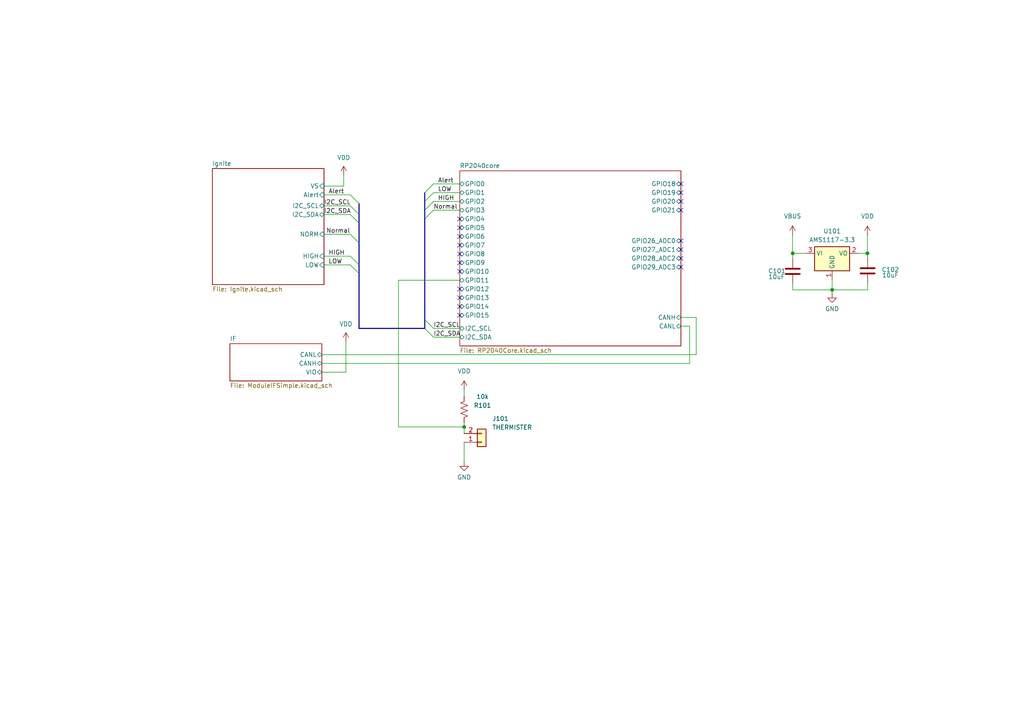
<source format=kicad_sch>
(kicad_sch (version 20231120) (generator "eeschema") (generator_version "8.0")
  (paper "A4")
  (lib_symbols
    (symbol "Connector_Generic:Conn_01x02" (pin_names (offset 1.016) hide)
      (property "Reference" "J" (at 0 2.54 0))
      (property "Value" "Conn_01x02" (at 0 -5.08 0))
      (symbol "Conn_01x02_1_1"
        (rectangle (start -1.27 -2.413) (end 0 -2.667) (stroke (width 0.1524)))
        (rectangle (start -1.27 0.127) (end 0 -0.127) (stroke (width 0.1524)))
        (rectangle (start -1.27 1.27) (end 1.27 -3.81) (stroke (width 0.254)) (fill (type background)))
        (pin passive line (at -5.08 0 0) (length 3.81) (name "Pin_1") (number "1"))
        (pin passive line (at -5.08 -2.54 0) (length 3.81) (name "Pin_2") (number "2"))
      )
    )
    (symbol "Device:C" (pin_numbers hide) (pin_names (offset 0.254))
      (property "Reference" "C" (at 0.635 2.54 0))
      (property "Value" "C" (at 0.635 -2.54 0))
      (symbol "C_0_1"
        (polyline (pts (xy -2.032 -0.762) (xy 2.032 -0.762)) (stroke (width 0.508)))
        (polyline (pts (xy -2.032 0.762) (xy 2.032 0.762)) (stroke (width 0.508)))
      )
      (symbol "C_1_1"
        (pin passive line (at 0 3.81 270) (length 2.794) (name "~") (number "1"))
        (pin passive line (at 0 -3.81 90) (length 2.794) (name "~") (number "2"))
      )
    )
    (symbol "Device:R_US" (pin_numbers hide) (pin_names (offset 0))
      (property "Reference" "R" (at 2.54 0 90))
      (property "Value" "R_US" (at -2.54 0 90))
      (symbol "R_US_0_1"
        (polyline (pts (xy 0 -2.286) (xy 0 -2.54)))
        (polyline (pts (xy 0 2.286) (xy 0 2.54)))
        (polyline (pts (xy 0 -0.762) (xy 1.016 -1.143) (xy 0 -1.524) (xy -1.016 -1.905) (xy 0 -2.286)))
        (polyline (pts (xy 0 0.762) (xy 1.016 0.381) (xy 0 0) (xy -1.016 -0.381) (xy 0 -0.762)))
        (polyline (pts (xy 0 2.286) (xy 1.016 1.905) (xy 0 1.524) (xy -1.016 1.143) (xy 0 0.762)))
      )
      (symbol "R_US_1_1"
        (pin passive line (at 0 3.81 270) (length 1.27) (name "~") (number "1"))
        (pin passive line (at 0 -3.81 90) (length 1.27) (name "~") (number "2"))
      )
    )
    (symbol "Regulator_Linear:AMS1117-3.3"
      (property "Reference" "U" (at -3.81 3.175 0))
      (property "Value" "AMS1117-3.3" (at 0 3.175 0))
      (symbol "AMS1117-3.3_0_1"
        (rectangle (start -5.08 -5.08) (end 5.08 1.905) (stroke (width 0.254)) (fill (type background)))
      )
      (symbol "AMS1117-3.3_1_1"
        (pin power_in line (at 0 -7.62 90) (length 2.54) (name "GND") (number "1"))
        (pin power_out line (at 7.62 0 180) (length 2.54) (name "VO") (number "2"))
        (pin power_in line (at -7.62 0 0) (length 2.54) (name "VI") (number "3"))
      )
    )
    (symbol "power:GND" (power) (pin_numbers hide) (pin_names (offset 0) hide)
      (property "Value" "GND" (at 0 -3.81 0))
      (symbol "GND_0_1"
        (polyline (pts (xy 0 0) (xy 0 -1.27) (xy 1.27 -1.27) (xy 0 -2.54) (xy -1.27 -1.27) (xy 0 -1.27)))
      )
      (symbol "GND_1_1"
        (pin power_in line (at 0 0 270) (length 0) (name "~") (number "1"))
      )
    )
    (symbol "power:VBUS" (power) (pin_numbers hide) (pin_names (offset 0) hide)
      (property "Value" "VBUS" (at 0 3.556 0))
      (symbol "VBUS_0_1"
        (polyline (pts (xy -0.762 1.27) (xy 0 2.54)))
        (polyline (pts (xy 0 0) (xy 0 2.54)))
        (polyline (pts (xy 0 2.54) (xy 0.762 1.27)))
      )
      (symbol "VBUS_1_1"
        (pin power_in line (at 0 0 90) (length 0) (name "~") (number "1"))
      )
    )
    (symbol "power:VDD" (power) (pin_numbers hide) (pin_names (offset 0) hide)
      (property "Value" "VDD" (at 0 3.556 0))
      (symbol "VDD_0_1"
        (polyline (pts (xy -0.762 1.27) (xy 0 2.54)))
        (polyline (pts (xy 0 0) (xy 0 2.54)))
        (polyline (pts (xy 0 2.54) (xy 0.762 1.27)))
      )
      (symbol "VDD_1_1"
        (pin power_in line (at 0 0 90) (length 0) (name "~") (number "1"))
      )
    )
  )
  (junction (at 229.9206 73.4667))
  (junction (at 241.3478 84.0732))
  (junction (at 134.62 123.825))
  (junction (at 251.593 73.4667))
  (no_connect (at 133.35 91.44))
  (no_connect (at 133.35 63.5))
  (no_connect (at 133.35 66.04))
  (no_connect (at 197.485 53.34))
  (no_connect (at 197.485 69.85))
  (no_connect (at 133.35 86.36))
  (no_connect (at 133.35 71.12))
  (no_connect (at 197.485 72.39))
  (no_connect (at 133.35 88.9))
  (no_connect (at 133.35 76.2))
  (no_connect (at 133.35 73.66))
  (no_connect (at 197.485 77.47))
  (no_connect (at 133.35 83.82))
  (no_connect (at 197.485 58.42))
  (no_connect (at 197.485 60.96))
  (no_connect (at 197.485 55.88))
  (no_connect (at 197.485 74.93))
  (no_connect (at 133.35 78.74))
  (no_connect (at 133.35 68.58))
  (bus_entry (at 123.19 55.88) (size 2.54 -2.54))
  (bus_entry (at 123.19 63.5) (size 2.54 -2.54))
  (bus_entry (at 123.19 92.71) (size 2.54 2.54))
  (bus_entry (at 123.19 58.42) (size 2.54 -2.54))
  (bus_entry (at 101.6 76.835) (size 2.54 2.54))
  (bus_entry (at 123.19 60.96) (size 2.54 -2.54))
  (bus_entry (at 101.6 67.945) (size 2.54 2.54))
  (bus_entry (at 123.19 95.25) (size 2.54 2.54))
  (bus_entry (at 101.6 56.515) (size 2.54 2.54))
  (bus_entry (at 101.6 74.295) (size 2.54 2.54))
  (bus_entry (at 101.6 62.23) (size 2.54 2.54))
  (bus_entry (at 101.6 59.69) (size 2.54 2.54))
  (wire (pts (xy 115.57 81.28) (xy 115.57 123.825)))
  (bus (pts (xy 123.19 60.96) (xy 123.19 63.5)))
  (wire (pts (xy 93.98 56.515) (xy 101.6 56.515)))
  (wire (pts (xy 229.9206 84.0732) (xy 241.3478 84.0732)))
  (wire (pts (xy 201.93 102.87) (xy 93.345 102.87)))
  (wire (pts (xy 93.98 76.835) (xy 101.6 76.835)))
  (wire (pts (xy 133.35 81.28) (xy 115.57 81.28)))
  (wire (pts (xy 125.73 97.79) (xy 133.35 97.79)))
  (bus (pts (xy 104.14 59.055) (xy 104.14 62.23)))
  (wire (pts (xy 251.593 73.4667) (xy 251.6437 73.4667)))
  (wire (pts (xy 229.87 73.4667) (xy 229.9206 73.4667)))
  (wire (pts (xy 229.9206 82.5157) (xy 229.9206 84.0732)))
  (wire (pts (xy 241.3478 84.0732) (xy 241.3478 81.0867)))
  (wire (pts (xy 93.98 59.69) (xy 101.6 59.69)))
  (wire (pts (xy 251.593 73.4667) (xy 251.593 68.1227)))
  (wire (pts (xy 229.9206 74.8957) (xy 229.9206 73.4667)))
  (wire (pts (xy 200.025 105.41) (xy 200.025 94.615)))
  (wire (pts (xy 134.62 123.825) (xy 134.62 125.73)))
  (bus (pts (xy 123.19 95.25) (xy 104.14 95.25)))
  (wire (pts (xy 251.6437 74.7438) (xy 251.6437 73.4667)))
  (bus (pts (xy 123.19 92.71) (xy 123.19 95.25)))
  (wire (pts (xy 197.485 92.075) (xy 201.93 92.075)))
  (bus (pts (xy 104.14 64.77) (xy 104.14 70.485)))
  (bus (pts (xy 123.19 55.88) (xy 123.19 58.42)))
  (wire (pts (xy 115.57 123.825) (xy 134.62 123.825)))
  (wire (pts (xy 134.62 128.27) (xy 134.62 133.985)))
  (wire (pts (xy 93.98 67.945) (xy 101.6 67.945)))
  (wire (pts (xy 241.3478 85.1658) (xy 241.3478 84.0732)))
  (wire (pts (xy 134.62 122.555) (xy 134.62 123.825)))
  (wire (pts (xy 93.345 105.41) (xy 200.025 105.41)))
  (wire (pts (xy 251.6437 82.3638) (xy 251.6437 84.0732)))
  (bus (pts (xy 104.14 62.23) (xy 104.14 64.77)))
  (bus (pts (xy 123.19 58.42) (xy 123.19 60.96)))
  (wire (pts (xy 93.345 107.95) (xy 100.33 107.95)))
  (wire (pts (xy 100.33 107.95) (xy 100.33 99.06)))
  (wire (pts (xy 93.98 62.23) (xy 101.6 62.23)))
  (wire (pts (xy 201.93 92.075) (xy 201.93 102.87)))
  (wire (pts (xy 229.9206 73.4667) (xy 233.7337 73.4667)))
  (wire (pts (xy 99.695 53.975) (xy 99.695 50.8)))
  (wire (pts (xy 125.73 60.96) (xy 133.35 60.96)))
  (wire (pts (xy 197.485 94.615) (xy 200.025 94.615)))
  (wire (pts (xy 241.3478 81.0867) (xy 241.3537 81.0867)))
  (wire (pts (xy 251.6437 84.0732) (xy 241.3478 84.0732)))
  (wire (pts (xy 93.98 53.975) (xy 99.695 53.975)))
  (bus (pts (xy 104.14 70.485) (xy 104.14 76.835)))
  (wire (pts (xy 125.73 55.88) (xy 133.35 55.88)))
  (wire (pts (xy 134.62 113.03) (xy 134.62 114.935)))
  (bus (pts (xy 104.14 79.375) (xy 104.14 95.25)))
  (wire (pts (xy 125.73 58.42) (xy 133.35 58.42)))
  (wire (pts (xy 125.73 53.34) (xy 133.35 53.34)))
  (bus (pts (xy 104.14 76.835) (xy 104.14 79.375)))
  (wire (pts (xy 229.87 68.072) (xy 229.87 73.4667)))
  (bus (pts (xy 123.19 63.5) (xy 123.19 92.71)))
  (wire (pts (xy 93.98 74.295) (xy 101.6 74.295)))
  (wire (pts (xy 125.73 95.25) (xy 133.35 95.25)))
  (wire (pts (xy 248.9737 73.4667) (xy 251.593 73.4667)))
  (label "Alert" (at 95.25 56.515 0))
  (label "Alert" (at 127 53.34 0))
  (label "I2C_SDA" (at 125.73 97.79 0))
  (label "Normal" (at 125.73 60.96 0))
  (label "LOW" (at 95.25 76.835 0))
  (label "Normal" (at 94.615 67.945 0))
  (label "LOW" (at 127 55.88 0))
  (label "I2C_SCL" (at 93.98 59.69 0))
  (label "HIGH" (at 127 58.42 0))
  (label "I2C_SDA" (at 93.98 62.23 0))
  (label "HIGH" (at 95.25 74.295 0))
  (label "I2C_SCL" (at 125.73 95.25 0))
  (symbol (lib_id "Regulator_Linear:AMS1117-3.3") (at 241.3537 73.4667 0) (unit 1)
    (property "Reference" "U101" (at 241.3537 67.0358 0))
    (property "Value" "AMS1117-3.3" (at 241.3537 69.5758 0))
    (property "Footprint" "Package_TO_SOT_SMD:SOT-223-3_TabPin2" (effects (hide yes)))
    (property "Datasheet" "http://www.advanced-monolithic.com/pdf/ds1117.pdf" (effects (hide yes)))
    (property "Description" "1A Low Dropout regulator, positive, 3.3V fixed output, SOT-223" (effects (hide yes)))
    (property "LCSC" "C6186" (effects (hide yes)))
  )
  (symbol (lib_id "Device:C") (at 251.6437 78.5538 0) (unit 1)
    (property "Reference" "C102" (at 255.6903 78.1993 0) (effects (justify left)))
    (property "Value" "10uF" (at 255.7985 79.8237 0) (effects (justify left)))
    (property "Footprint" "Capacitor_SMD:C_0603_1608Metric" (effects (hide yes)))
    (property "Description" "Unpolarized capacitor" (effects (hide yes)))
    (property "LCSC" "C96446" (effects (hide yes)))
  )
  (symbol (lib_id "power:VDD") (at 99.695 50.8 0) (unit 1)
    (property "Reference" "#PWR0101" (effects (hide yes)))
    (property "Value" "VDD" (at 99.695 45.72 0))
    (property "Description" "Power symbol creates a global label with name \"VDD\"" (effects (hide yes)))
  )
  (symbol (lib_id "Connector_Generic:Conn_01x02") (at 139.7 128.27 0) (mirror x) (unit 1)
    (property "Reference" "J101" (at 142.748 121.412 0) (effects (justify left)))
    (property "Value" "THERMISTER" (at 142.748 123.952 0) (effects (justify left)))
    (property "Footprint" "Connector_JST:JST_XH_B2B-XH-A_1x02_P2.50mm_Vertical" (effects (hide yes)))
  )
  (symbol (lib_id "Device:C") (at 229.9206 78.7057 0) (unit 1)
    (property "Reference" "C101" (at 222.7767 78.6044 0) (effects (justify left)))
    (property "Value" "10uF" (at 222.8104 80.2923 0) (effects (justify left)))
    (property "Footprint" "Capacitor_SMD:C_0603_1608Metric" (effects (hide yes)))
    (property "Description" "Unpolarized capacitor" (effects (hide yes)))
    (property "LCSC" "C96446" (effects (hide yes)))
  )
  (symbol (lib_id "power:VDD") (at 100.33 99.06 0) (unit 1)
    (property "Reference" "#PWR0102" (effects (hide yes)))
    (property "Value" "VDD" (at 100.33 93.98 0))
    (property "Description" "Power symbol creates a global label with name \"VDD\"" (effects (hide yes)))
  )
  (symbol (lib_id "power:GND") (at 241.3478 85.1658 0) (unit 1)
    (property "Reference" "#PWR0106" (effects (hide yes)))
    (property "Value" "GND" (at 241.3478 89.5751 0))
    (property "Description" "Power symbol creates a global label with name \"GND\" , ground" (effects (hide yes)))
  )
  (symbol (lib_id "power:VDD") (at 251.593 68.1227 0) (unit 1)
    (property "Reference" "#PWR0107" (effects (hide yes)))
    (property "Value" "VDD" (at 251.593 62.7239 0))
    (property "Description" "Power symbol creates a global label with name \"VDD\"" (effects (hide yes)))
  )
  (symbol (lib_id "power:VBUS") (at 229.87 68.072 0) (unit 1)
    (property "Reference" "#PWR0105" (effects (hide yes)))
    (property "Value" "VBUS" (at 229.87 62.6944 0))
    (property "Description" "Power symbol creates a global label with name \"VBUS\"" (effects (hide yes)))
  )
  (symbol (lib_id "power:GND") (at 134.62 133.985 0) (unit 1)
    (property "Reference" "#PWR0104" (effects (hide yes)))
    (property "Value" "GND" (at 134.62 138.43 0))
    (property "Description" "Power symbol creates a global label with name \"GND\" , ground" (effects (hide yes)))
  )
  (symbol (lib_id "power:VDD") (at 134.62 113.03 0) (unit 1)
    (property "Reference" "#PWR0103" (effects (hide yes)))
    (property "Value" "VDD" (at 134.62 107.6312 0))
    (property "Description" "Power symbol creates a global label with name \"VDD\"" (effects (hide yes)))
  )
  (symbol (lib_id "Device:R_US") (at 134.62 118.745 0) (mirror y) (unit 1)
    (property "Reference" "R101" (at 139.954 117.602 0))
    (property "Value" "10k" (at 139.954 115.062 0))
    (property "Footprint" "Resistor_SMD:R_0402_1005Metric" (effects (hide yes)))
    (property "LCSC" "C25744" (effects (hide yes)))
  )
  (sheet (at 66.675 99.695) (size 26.67 10.795) (stroke (width 0.1524))
    (property "Sheetname" "IF" (at 66.675 98.9834 0) (effects (justify left bottom)))
    (property "Sheetfile" "ModuleIFSimple.kicad_sch" (at 66.675 111.0746 0) (effects (justify left top)))
    (pin "CANL" bidirectional (at 93.345 102.87 0))
    (pin "VIO" bidirectional (at 93.345 107.95 0))
    (pin "CANH" bidirectional (at 93.345 105.41 0))
  )
  (sheet (at 61.595 48.895) (size 32.385 33.655) (stroke (width 0.1524))
    (property "Sheetname" "Ignite" (at 61.595 48.1834 0) (effects (justify left bottom)))
    (property "Sheetfile" "Ignite.kicad_sch" (at 61.595 83.1346 0) (effects (justify left top)))
    (pin "VS" input (at 93.98 53.975 0))
    (pin "Alert" input (at 93.98 56.515 0))
    (pin "I2C_SDA" bidirectional (at 93.98 62.23 0))
    (pin "I2C_SCL" bidirectional (at 93.98 59.69 0))
    (pin "HIGH" input (at 93.98 74.295 0))
    (pin "LOW" input (at 93.98 76.835 0))
    (pin "NORM" input (at 93.98 67.945 0))
  )
  (sheet (at 133.35 49.53) (size 64.135 50.8) (stroke (width 0.1524))
    (property "Sheetname" "RP2040core" (at 133.35 48.8184 0) (effects (justify left bottom)))
    (property "Sheetfile" "RP2040Core.kicad_sch" (at 133.35 100.9146 0) (effects (justify left top)))
    (pin "GPIO1" bidirectional (at 133.35 55.88 180))
    (pin "GPIO0" bidirectional (at 133.35 53.34 180))
    (pin "GPIO2" bidirectional (at 133.35 58.42 180))
    (pin "GPIO4" bidirectional (at 133.35 63.5 180))
    (pin "GPIO3" bidirectional (at 133.35 60.96 180))
    (pin "GPIO7" bidirectional (at 133.35 71.12 180))
    (pin "GPIO8" bidirectional (at 133.35 73.66 180))
    (pin "GPIO5" bidirectional (at 133.35 66.04 180))
    (pin "GPIO9" bidirectional (at 133.35 76.2 180))
    (pin "GPIO6" bidirectional (at 133.35 68.58 180))
    (pin "CANL" bidirectional (at 197.485 94.615 0))
    (pin "CANH" bidirectional (at 197.485 92.075 0))
    (pin "I2C_SDA" bidirectional (at 133.35 97.79 180))
    (pin "I2C_SCL" bidirectional (at 133.35 95.25 180))
    (pin "GPIO15" bidirectional (at 133.35 91.44 180))
    (pin "GPIO18" bidirectional (at 197.485 53.34 0))
    (pin "GPIO20" bidirectional (at 197.485 58.42 0))
    (pin "GPIO21" bidirectional (at 197.485 60.96 0))
    (pin "GPIO19" bidirectional (at 197.485 55.88 0))
    (pin "GPIO12" bidirectional (at 133.35 83.82 180))
    (pin "GPIO14" bidirectional (at 133.35 88.9 180))
    (pin "GPIO11" bidirectional (at 133.35 81.28 180))
    (pin "GPIO10" bidirectional (at 133.35 78.74 180))
    (pin "GPIO13" bidirectional (at 133.35 86.36 180))
    (pin "GPIO28_ADC2" bidirectional (at 197.485 74.93 0))
    (pin "GPIO27_ADC1" bidirectional (at 197.485 72.39 0))
    (pin "GPIO29_ADC3" bidirectional (at 197.485 77.47 0))
    (pin "GPIO26_ADC0" bidirectional (at 197.485 69.85 0))
  )
)
</source>
